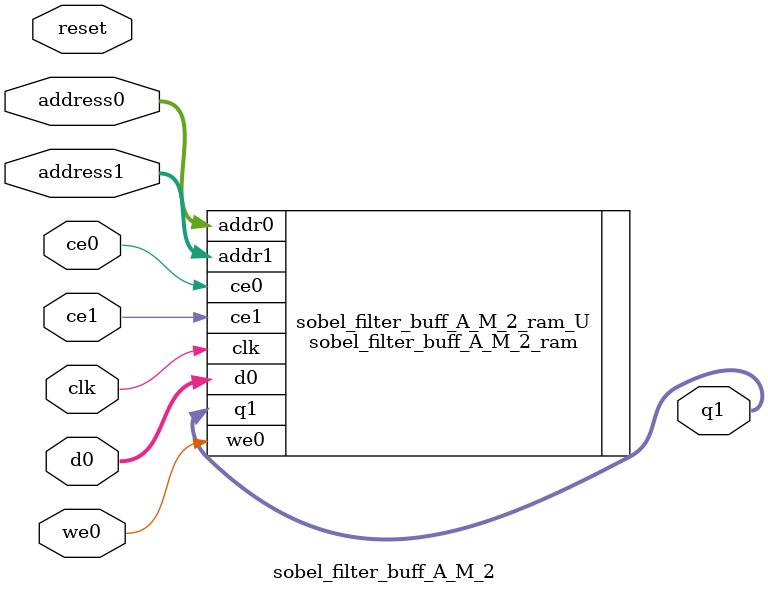
<source format=v>

`timescale 1 ns / 1 ps
module sobel_filter_buff_A_M_2(
    reset,
    clk,
    address0,
    ce0,
    we0,
    d0,
    address1,
    ce1,
    q1);

parameter DataWidth = 32'd8;
parameter AddressRange = 32'd1920;
parameter AddressWidth = 32'd11;
input reset;
input clk;
input[AddressWidth - 1:0] address0;
input ce0;
input we0;
input[DataWidth - 1:0] d0;
input[AddressWidth - 1:0] address1;
input ce1;
output[DataWidth - 1:0] q1;



sobel_filter_buff_A_M_2_ram sobel_filter_buff_A_M_2_ram_U(
    .clk( clk ),
    .addr0( address0 ),
    .ce0( ce0 ),
    .d0( d0 ),
    .we0( we0 ),
    .addr1( address1 ),
    .ce1( ce1 ),
    .q1( q1 ));

endmodule

</source>
